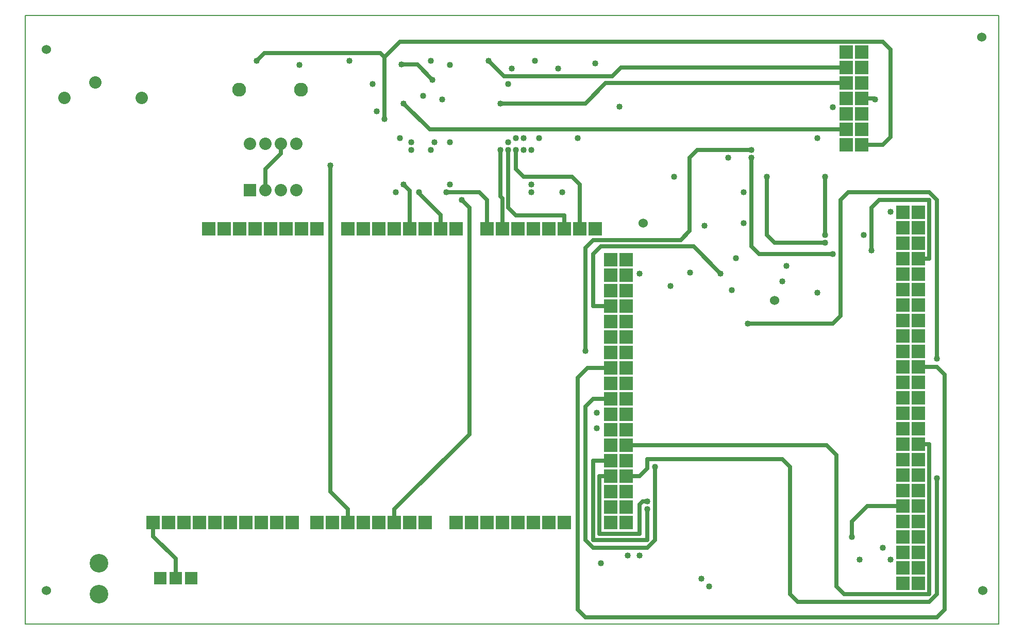
<source format=gbr>
G04 PROTEUS GERBER X2 FILE*
%TF.GenerationSoftware,Labcenter,Proteus,8.13-SP0-Build31525*%
%TF.CreationDate,2024-05-27T19:39:57+00:00*%
%TF.FileFunction,Copper,L3,Inr*%
%TF.FilePolarity,Positive*%
%TF.Part,Single*%
%TF.SameCoordinates,{9f387fc5-f7ba-42a6-a927-b5c1fa408f1c}*%
%FSLAX45Y45*%
%MOMM*%
G01*
%TA.AperFunction,Conductor*%
%ADD10C,0.635000*%
%TA.AperFunction,ViaPad*%
%ADD14C,1.016000*%
%ADD15C,1.524000*%
%TA.AperFunction,ComponentPad*%
%ADD17R,2.286000X2.286000*%
%TA.AperFunction,ComponentPad*%
%ADD18C,2.286000*%
%ADD19C,3.048000*%
%TA.AperFunction,ComponentPad*%
%ADD70R,2.032000X2.032000*%
%ADD71C,2.032000*%
%TA.AperFunction,OtherPad,Unknown*%
%ADD20C,1.524000*%
%TA.AperFunction,Profile*%
%ADD25C,0.203200*%
%TD.AperFunction*%
D10*
X-5892800Y-3327400D02*
X-5892800Y-3556000D01*
X-5524500Y-3924300D01*
X-5524500Y-4241800D01*
X+63500Y+2794000D02*
X+63500Y+2476500D01*
X+190500Y+2349500D01*
X+990600Y+2349500D01*
X+1117600Y+2222500D01*
X+1117600Y+1498600D01*
X-63500Y+2794000D02*
X-63500Y+1841500D01*
X+63500Y+1714500D01*
X+863600Y+1714500D01*
X+863600Y+1498600D01*
X-190500Y+2794000D02*
X-190500Y+2032000D01*
X-152400Y+1993900D01*
X-152400Y+1498600D01*
X-1079500Y+2095500D02*
X-533400Y+2095500D01*
X-406400Y+1968500D01*
X-406400Y+1498600D01*
X-1778000Y+2222500D02*
X-1676400Y+2120900D01*
X-1676400Y+1498600D01*
X-4051300Y+2133600D02*
X-4051300Y+2476500D01*
X-3797300Y+2730500D01*
X-3797300Y+2895600D01*
X+2222500Y-3111500D02*
X+2222500Y-3619500D01*
X+1333500Y-3619500D01*
X+1333500Y-2311400D01*
X+1625600Y-2311400D01*
X+2222500Y-2984500D02*
X+2146300Y-2984500D01*
X+2095500Y-3035300D01*
X+2095500Y-3514725D01*
X+1438274Y-3514725D01*
X+1438274Y-2565400D01*
X+1625600Y-2565400D01*
X+6985000Y-2603500D02*
X+6985000Y-4508500D01*
X+6858000Y-4635500D01*
X+4699000Y-4635500D01*
X+4572000Y-4508500D01*
X+4572000Y-2413000D01*
X+4445000Y-2286000D01*
X+2222500Y-2286000D01*
X+2222500Y-2438400D01*
X+2095500Y-2565400D01*
X+1879600Y-2565400D01*
X+5969000Y+3619500D02*
X+5953760Y+3634740D01*
X+5742940Y+3634740D01*
X+6675119Y-774700D02*
X+6675120Y-774700D01*
X+6985000Y-774700D01*
X+7112000Y-901700D01*
X+7112000Y-4762500D01*
X+6985000Y-4889500D01*
X+1206500Y-4889500D01*
X+1079500Y-4762500D01*
X+1079500Y-952500D01*
X+1244600Y-787400D01*
X+1625600Y-787400D01*
X+1206500Y-508000D02*
X+1206500Y+1184274D01*
X+1333500Y+1311274D01*
X+2771774Y+1311274D01*
X+2921000Y+1460500D01*
X+2921000Y+2667000D01*
X+3048000Y+2794000D01*
X+3937000Y+2794000D01*
X+6675120Y-2044700D02*
X+6858000Y-2044700D01*
X+6858000Y-4508500D01*
X+5461000Y-4508500D01*
X+5334000Y-4381500D01*
X+5334000Y-2222500D01*
X+5168900Y-2057400D01*
X+1879600Y-2057400D01*
X+3873500Y-63500D02*
X+5270500Y-63500D01*
X+5397500Y+63500D01*
X+5397500Y+1968500D01*
X+5524500Y+2095500D01*
X+6858000Y+2095500D01*
X+6985000Y+1968500D01*
X+6985000Y-635000D01*
X-190500Y+3556000D02*
X+1206500Y+3556000D01*
X+1539239Y+3888739D01*
X+5488940Y+3888740D01*
X+5488940Y+3888739D01*
X-381000Y+4254500D02*
X-127000Y+4000500D01*
X+1651000Y+4000500D01*
X+1793240Y+4142740D01*
X+5488940Y+4142740D01*
X+2349500Y-2413000D02*
X+2349500Y-3619500D01*
X+2222500Y-3746500D01*
X+1333500Y-3746500D01*
X+1206500Y-3619500D01*
X+1206500Y-1422400D01*
X+1333500Y-1295400D01*
X+1625600Y-1295400D01*
X-2095500Y+4318000D02*
X-1841500Y+4572000D01*
X+6096000Y+4572000D01*
X+6223000Y+4445000D01*
X+6223000Y+2999740D01*
X+6096000Y+2872740D01*
X+5742940Y+2872740D01*
X-2095500Y+4318000D02*
X-2095500Y+3302000D01*
X-2095500Y+4318000D02*
X-2159000Y+4381500D01*
X-4064000Y+4381500D01*
X-4191000Y+4254500D01*
X-1778000Y+3556000D02*
X-1348740Y+3126740D01*
X+5488940Y+3126740D01*
X+5488941Y+3126740D01*
X+5143500Y+1270000D02*
X+4318000Y+1270000D01*
X+4191000Y+1397000D01*
X+4191000Y+2349500D01*
X-2984500Y+2540000D02*
X-2984500Y-2819400D01*
X-2692400Y-3111500D01*
X-2692400Y-3327400D01*
X-825500Y+1968500D02*
X-698500Y+1841500D01*
X-698500Y-1879600D01*
X-1930400Y-3111500D01*
X-1930400Y-3327400D01*
X+3429000Y+762000D02*
X+2984500Y+1206500D01*
X+1460500Y+1206500D01*
X+1333500Y+1079500D01*
X+1333500Y+228600D01*
X+1625600Y+228600D01*
X+5143500Y+2349500D02*
X+5143500Y+1397000D01*
X+5905500Y+1143000D02*
X+5905500Y+1841500D01*
X+6032500Y+1968500D01*
X+6858000Y+1968500D01*
X+6858000Y+1003300D01*
X+6675120Y+1003300D01*
X+6675119Y+1003300D01*
X+5270500Y+1079500D02*
X+4064000Y+1079500D01*
X+3937000Y+1206500D01*
X+3937000Y+2667000D01*
X-1303486Y+3944921D02*
X-1553307Y+4194742D01*
X-1813288Y+4194742D01*
X-1524000Y+2095500D02*
X-1524000Y+2082800D01*
X-1168400Y+1727200D01*
X-1168400Y+1498600D01*
X+5588000Y-3568700D02*
X+5588000Y-3314700D01*
X+5842000Y-3060700D01*
X+6421120Y-3060700D01*
D14*
X+63500Y+2794000D03*
X-63500Y+2794000D03*
X+317500Y+2222500D03*
X+317500Y+2095500D03*
X-1016000Y+2222500D03*
X-190500Y+2794000D03*
X-1079500Y+2095500D03*
X-1333500Y+2794000D03*
X-1651000Y+2794000D03*
X-1778000Y+2222500D03*
X-1905000Y+2095500D03*
X-2667000Y+4254500D03*
X-1460500Y+3683000D03*
X-1016000Y+2921000D03*
X+3238500Y-4381500D03*
X+2222500Y-3111500D03*
X+2222500Y-2984500D03*
X+2095500Y-3873500D03*
X+6985000Y-2603500D03*
X+3111500Y-4254500D03*
X+5270500Y+3492500D03*
X+5969000Y+3619500D03*
X-1143000Y+3619500D03*
X-2286000Y+3873500D03*
X-1270000Y+2921000D03*
X+3937000Y+2794000D03*
X+1206500Y-508000D03*
X+6096000Y-3746500D03*
X+1397000Y-1778000D03*
X+5715000Y-3937000D03*
X+1397000Y-1524000D03*
X+6985000Y-635000D03*
X+3873500Y-63500D03*
X-1016000Y+4191000D03*
X-190500Y+3556000D03*
X-63500Y+2921000D03*
X-63500Y+3873500D03*
D15*
X+2159000Y+1587500D03*
X+4318000Y+317500D03*
D14*
X+63500Y+2984500D03*
X-381000Y+4254500D03*
X+2349500Y-2413000D03*
X-3492500Y+4191000D03*
X-1651000Y+2921000D03*
X-2095500Y+3302000D03*
X-4191000Y+4254500D03*
X-1778000Y+3556000D03*
X-2222500Y+3429000D03*
X-1841500Y+2984500D03*
X+5016500Y+444500D03*
X+3810000Y+2095500D03*
X+4191000Y+2349500D03*
X+5143500Y+1270000D03*
X+190500Y+2794000D03*
X-2984500Y+2540000D03*
X+0Y+4127500D03*
X+190500Y+2984500D03*
X+317500Y+2794000D03*
X+1079500Y+2984500D03*
X+825500Y+2095500D03*
X+6223000Y+1778000D03*
X+381000Y+4254500D03*
X-825500Y+1968500D03*
X+762000Y+4127500D03*
X+444500Y+2984500D03*
X+3810000Y+1587500D03*
X+2095500Y+762000D03*
X+2667000Y+2349500D03*
X+4445000Y+635000D03*
X+3429000Y+762000D03*
X+5778500Y+1397000D03*
X+5143500Y+1397000D03*
X+5143500Y+2349500D03*
X+3556000Y+2667000D03*
X+4508500Y+889000D03*
X+3683000Y+1016000D03*
X+5905500Y+1143000D03*
X+3937000Y+2667000D03*
X+5270500Y+1079500D03*
X+5016500Y+2984500D03*
X+3615633Y+490208D03*
X+2603500Y+558800D03*
X+2929648Y+772945D03*
X+3162300Y+1549400D03*
X+1769316Y+3504046D03*
X+1371600Y+4216400D03*
X-1333500Y+4254500D03*
X-1303486Y+3944921D03*
X-1813288Y+4194742D03*
X-1524000Y+2095500D03*
X+1460500Y-4000500D03*
X+6223000Y-3937000D03*
X+1905000Y-3873500D03*
X+5588000Y-3568700D03*
D17*
X-4978400Y+1498600D03*
X-4724400Y+1498600D03*
X-4470400Y+1498600D03*
X-4216400Y+1498600D03*
X-3962400Y+1498600D03*
X-3708400Y+1498600D03*
X-3454400Y+1498600D03*
X-3200400Y+1498600D03*
X-2692400Y+1498600D03*
X-2438400Y+1498600D03*
X-2184400Y+1498600D03*
X-1930400Y+1498600D03*
X-1676400Y+1498600D03*
X-1422400Y+1498600D03*
X-1168400Y+1498600D03*
X-914400Y+1498600D03*
X-406400Y+1498600D03*
X-152400Y+1498600D03*
X+101600Y+1498600D03*
X+355600Y+1498600D03*
X+609600Y+1498600D03*
X+863600Y+1498600D03*
X+1117600Y+1498600D03*
X+1371600Y+1498600D03*
X+1625600Y+990600D03*
X+1625600Y+736600D03*
X+1625600Y+482600D03*
X+1625600Y+228600D03*
X+1625600Y-25400D03*
X+1625600Y-279400D03*
X+1625600Y-533400D03*
X+1625600Y-787400D03*
X+1625600Y-1041400D03*
X+1625600Y-1295400D03*
X+1625600Y-1549400D03*
X+1625600Y-1803400D03*
X+1625600Y-2057400D03*
X+1625600Y-2311400D03*
X+1625600Y-2565400D03*
X+1625600Y-2819400D03*
X+1625600Y-3073400D03*
X+1625600Y-3327400D03*
X+1879600Y+990600D03*
X+1879600Y+736600D03*
X+1879600Y+482600D03*
X+1879600Y+228600D03*
X+1879600Y-25400D03*
X+1879600Y-279400D03*
X+1879600Y-533400D03*
X+1879600Y-787400D03*
X+1879600Y-1041400D03*
X+1879600Y-1295400D03*
X+1879600Y-1549400D03*
X+1879600Y-1803400D03*
X+1879600Y-2057400D03*
X+1879600Y-2311400D03*
X+1879600Y-2565400D03*
X+1879600Y-2819400D03*
X+1879600Y-3073400D03*
X+1879600Y-3327400D03*
X+863600Y-3327400D03*
X+609600Y-3327400D03*
X+355600Y-3327400D03*
X+101600Y-3327400D03*
X-152400Y-3327400D03*
X-406400Y-3327400D03*
X-660400Y-3327400D03*
X-914400Y-3327400D03*
X-1422400Y-3327400D03*
X-1676400Y-3327400D03*
X-1930400Y-3327400D03*
X-2184400Y-3327400D03*
X-2438400Y-3327400D03*
X-2692400Y-3327400D03*
X-2946400Y-3327400D03*
X-3200400Y-3327400D03*
X-3606800Y-3327400D03*
X-3860800Y-3327400D03*
X-4114800Y-3327400D03*
X-4368800Y-3327400D03*
X-4622800Y-3327400D03*
X-4876800Y-3327400D03*
X-5130800Y-3327400D03*
X-5384800Y-3327400D03*
X-5638800Y-3327400D03*
X-5892800Y-3327400D03*
D18*
X-4483100Y+3784600D03*
X-3467100Y+3784600D03*
D17*
X+5488940Y+4396740D03*
X+5742940Y+4396740D03*
X+5488940Y+4142740D03*
X+5742940Y+4142740D03*
X+5488940Y+3888740D03*
X+5742940Y+3888740D03*
X+5488940Y+3634740D03*
X+5742940Y+3634740D03*
X+5488940Y+3380740D03*
X+5742940Y+3380740D03*
X+5488940Y+3126740D03*
X+5742940Y+3126740D03*
X+5488940Y+2872740D03*
X+5742940Y+2872740D03*
D19*
X-6781800Y-4000500D03*
X-6781800Y-4508500D03*
D70*
X-4305300Y+2133600D03*
D71*
X-4051300Y+2133600D03*
X-3797300Y+2133600D03*
X-3543300Y+2133600D03*
X-3543300Y+2895600D03*
X-3797300Y+2895600D03*
X-4051300Y+2895600D03*
X-4305300Y+2895600D03*
D17*
X+6421120Y-4330700D03*
X+6675120Y-4330700D03*
X+6421120Y-4076700D03*
X+6675120Y-4076700D03*
X+6421120Y-3822700D03*
X+6675120Y-3822700D03*
X+6421120Y-3568700D03*
X+6675120Y-3568700D03*
X+6421120Y-3314700D03*
X+6675120Y-3314700D03*
X+6421120Y-3060700D03*
X+6675120Y-3060700D03*
X+6421120Y-2806700D03*
X+6675120Y-2806700D03*
X+6421120Y-2552700D03*
X+6675120Y-2552700D03*
X+6421120Y-2298700D03*
X+6675120Y-2298700D03*
X+6421120Y-2044700D03*
X+6675120Y-2044700D03*
X+6421120Y-1790700D03*
X+6675120Y-1790700D03*
X+6421120Y-1536700D03*
X+6675120Y-1536700D03*
X+6421120Y-1282700D03*
X+6675120Y-1282700D03*
X+6421120Y-1028700D03*
X+6675120Y-1028700D03*
X+6421120Y-774700D03*
X+6675120Y-774700D03*
X+6421120Y-520700D03*
X+6675120Y-520700D03*
X+6421120Y-266700D03*
X+6675120Y-266700D03*
X+6421120Y-12700D03*
X+6675120Y-12700D03*
X+6421120Y+241300D03*
X+6675120Y+241300D03*
X+6421120Y+495300D03*
X+6675120Y+495300D03*
X+6421120Y+749300D03*
X+6675120Y+749300D03*
X+6421120Y+1003300D03*
X+6675120Y+1003300D03*
X+6421120Y+1257300D03*
X+6675120Y+1257300D03*
X+6421120Y+1511300D03*
X+6675120Y+1511300D03*
X+6421120Y+1765300D03*
X+6675120Y+1765300D03*
D20*
X-7645400Y-4445000D03*
X-7645400Y+4445000D03*
X+7721600Y+4648200D03*
X+7734300Y-4445000D03*
D71*
X-6083300Y+3644900D03*
X-7353300Y+3644900D03*
X-6845300Y+3898900D03*
D70*
X-5778500Y-4241800D03*
X-5524500Y-4241800D03*
X-5270500Y-4241800D03*
D25*
X-8000000Y-5000000D02*
X+8000000Y-5000000D01*
X+8000000Y+5000000D01*
X-8000000Y+5000000D01*
X-8000000Y-5000000D01*
M02*

</source>
